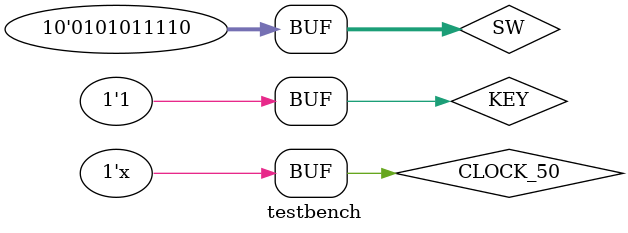
<source format=v>
`timescale 1ns / 1ps

module testbench ( );

	parameter CLOCK_PERIOD = 20;

	reg [0:0] KEY;
	reg CLOCK_50;
	reg [9:0] SW;
	wire [9:0] LEDR;

	initial begin
		CLOCK_50 <= 1'b0;
	end // initial
	always @ (*)
	begin : Clock_Generator
		#((CLOCK_PERIOD) / 2) CLOCK_50 <= ~CLOCK_50;
	end
	
	initial begin
		KEY[0] <= 1'b0; SW <= 10'h0;
		#20 SW[4:0] <= 5'b11110; SW[9:5]	<= 5'b01010;
		#40 KEY[0] <= 1'b1;
	end // initial

	Accumulate U1 (KEY, CLOCK_50, SW, LEDR);

endmodule

</source>
